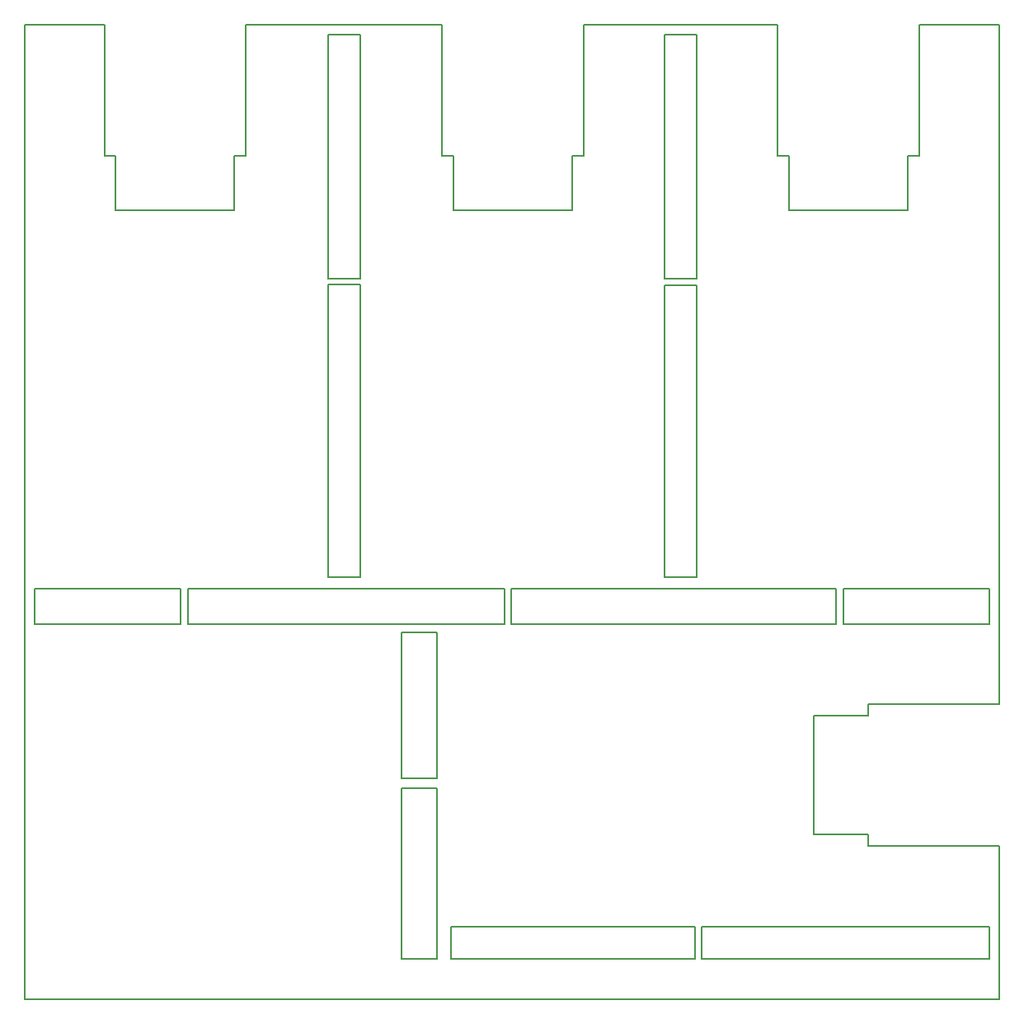
<source format=gbr>
G04 #@! TF.GenerationSoftware,KiCad,Pcbnew,5.1.9-73d0e3b20d~88~ubuntu20.04.1*
G04 #@! TF.CreationDate,2021-06-09T12:04:27-03:00*
G04 #@! TF.ProjectId,adaptador_db15_usb,61646170-7461-4646-9f72-5f646231355f,rev?*
G04 #@! TF.SameCoordinates,Original*
G04 #@! TF.FileFunction,Profile,NP*
%FSLAX46Y46*%
G04 Gerber Fmt 4.6, Leading zero omitted, Abs format (unit mm)*
G04 Created by KiCad (PCBNEW 5.1.9-73d0e3b20d~88~ubuntu20.04.1) date 2021-06-09 12:04:27*
%MOMM*%
%LPD*%
G01*
G04 APERTURE LIST*
G04 #@! TA.AperFunction,Profile*
%ADD10C,0.150000*%
G04 #@! TD*
G04 APERTURE END LIST*
D10*
X148960000Y-136890000D02*
X148960000Y-119410000D01*
X178570000Y-98900000D02*
X193570000Y-98900000D01*
X152560000Y-119410000D02*
X152560000Y-136890000D01*
X193570000Y-98900000D02*
X193570000Y-102500000D01*
X148960000Y-118400000D02*
X148960000Y-103400000D01*
X148960000Y-103400000D02*
X152560000Y-103400000D01*
X159470000Y-102500000D02*
X141970000Y-102500000D01*
X144470000Y-98900000D02*
X159470000Y-98900000D01*
X193570000Y-102500000D02*
X178570000Y-102500000D01*
X152560000Y-103400000D02*
X152560000Y-118400000D01*
X152560000Y-136890000D02*
X148960000Y-136890000D01*
X159470000Y-98900000D02*
X159470000Y-102500000D01*
X148960000Y-119410000D02*
X152560000Y-119410000D01*
X152560000Y-118400000D02*
X148960000Y-118400000D01*
X126970000Y-98900000D02*
X144470000Y-98900000D01*
X126270000Y-98900000D02*
X126270000Y-102500000D01*
X126970000Y-102500000D02*
X126970000Y-98900000D01*
X111270000Y-98900000D02*
X126270000Y-98900000D01*
X126270000Y-102500000D02*
X111270000Y-102500000D01*
X141970000Y-102500000D02*
X126970000Y-102500000D01*
X111270000Y-102500000D02*
X111270000Y-98900000D01*
X160170000Y-98900000D02*
X178570000Y-98900000D01*
X160170000Y-102500000D02*
X160170000Y-98900000D01*
X178570000Y-102500000D02*
X160170000Y-102500000D01*
X194270000Y-98900000D02*
X209270000Y-98900000D01*
X194270000Y-102500000D02*
X194270000Y-98900000D01*
X209270000Y-102500000D02*
X194270000Y-102500000D01*
X209270000Y-98900000D02*
X209270000Y-102500000D01*
X209270000Y-136890000D02*
X179730000Y-136890000D01*
X179730000Y-136890000D02*
X179730000Y-133590000D01*
X179030000Y-133590000D02*
X179030000Y-136890000D01*
X179030000Y-136890000D02*
X154030000Y-136890000D01*
X154030000Y-136890000D02*
X154030000Y-133590000D01*
X154030000Y-133590000D02*
X179030000Y-133590000D01*
X179730000Y-133590000D02*
X209270000Y-133590000D01*
X209270000Y-133590000D02*
X209270000Y-136890000D01*
X175950000Y-67720000D02*
X179250000Y-67720000D01*
X179250000Y-97720000D02*
X175950000Y-97720000D01*
X179250000Y-67720000D02*
X179250000Y-97720000D01*
X175950000Y-97720000D02*
X175950000Y-67720000D01*
X144690000Y-97690000D02*
X141390000Y-97690000D01*
X141390000Y-97690000D02*
X141390000Y-67690000D01*
X141390000Y-67690000D02*
X144690000Y-67690000D01*
X144690000Y-67690000D02*
X144690000Y-97690000D01*
X144690000Y-67020000D02*
X141390000Y-67020000D01*
X141390000Y-67020000D02*
X141390000Y-42020000D01*
X141390000Y-42020000D02*
X144690000Y-42020000D01*
X144690000Y-42020000D02*
X144690000Y-67020000D01*
X175950000Y-67020000D02*
X175950000Y-42020000D01*
X179250000Y-67020000D02*
X175950000Y-67020000D01*
X179250000Y-42020000D02*
X179250000Y-67020000D01*
X175950000Y-42020000D02*
X179250000Y-42020000D01*
X175820000Y-41020000D02*
X179420000Y-41020000D01*
X141120000Y-41020000D02*
X144970000Y-41020000D01*
X110270000Y-141020000D02*
X110270000Y-98745000D01*
X210270000Y-141020000D02*
X110270000Y-141020000D01*
X210270000Y-133500000D02*
X210270000Y-141020000D01*
X210270000Y-98745000D02*
X210270000Y-102650000D01*
X210270000Y-133500000D02*
X210270000Y-125300000D01*
X210270000Y-110790000D02*
X210270000Y-102650000D01*
X153110000Y-41020000D02*
X153110000Y-54420000D01*
X167620000Y-41020000D02*
X167620000Y-54420000D01*
X175820000Y-41020000D02*
X167620000Y-41020000D01*
X153110000Y-54420000D02*
X154260000Y-54420000D01*
X166470000Y-60045000D02*
X166470000Y-54420000D01*
X154260000Y-60045000D02*
X154260000Y-54420000D01*
X167620000Y-54420000D02*
X166470000Y-54420000D01*
X154260000Y-60045000D02*
X166470000Y-60045000D01*
X153110000Y-41020000D02*
X144970000Y-41020000D01*
X210270000Y-125300000D02*
X196870000Y-125300000D01*
X196870000Y-110790000D02*
X196870000Y-111940000D01*
X191245000Y-124150000D02*
X196870000Y-124150000D01*
X191245000Y-111940000D02*
X196870000Y-111940000D01*
X191245000Y-111940000D02*
X191245000Y-124150000D01*
X196870000Y-125300000D02*
X196870000Y-124150000D01*
X210270000Y-110790000D02*
X196870000Y-110790000D01*
X202070000Y-54420000D02*
X200920000Y-54420000D01*
X187560000Y-41020000D02*
X187560000Y-54420000D01*
X200920000Y-60045000D02*
X200920000Y-54420000D01*
X210270000Y-60045000D02*
X210270000Y-98745000D01*
X188710000Y-60045000D02*
X188710000Y-54420000D01*
X187560000Y-41020000D02*
X179420000Y-41020000D01*
X188710000Y-60045000D02*
X200920000Y-60045000D01*
X210270000Y-60045000D02*
X210270000Y-56040000D01*
X202070000Y-41020000D02*
X202070000Y-54420000D01*
X187560000Y-54420000D02*
X188710000Y-54420000D01*
X210270000Y-41020000D02*
X202070000Y-41020000D01*
X210270000Y-56040000D02*
X210270000Y-41020000D01*
X132920000Y-54420000D02*
X131770000Y-54420000D01*
X118410000Y-54420000D02*
X119560000Y-54420000D01*
X118410000Y-41020000D02*
X118410000Y-54420000D01*
X132920000Y-41020000D02*
X132920000Y-54420000D01*
X141120000Y-41020000D02*
X132920000Y-41020000D01*
X110270000Y-56040000D02*
X110270000Y-41020000D01*
X131770000Y-60045000D02*
X131770000Y-54420000D01*
X119560000Y-60045000D02*
X131770000Y-60045000D01*
X110270000Y-56040000D02*
X110270000Y-60045000D01*
X118410000Y-41020000D02*
X110270000Y-41020000D01*
X119560000Y-60045000D02*
X119560000Y-54420000D01*
X110270000Y-98745000D02*
X110270000Y-60045000D01*
M02*

</source>
